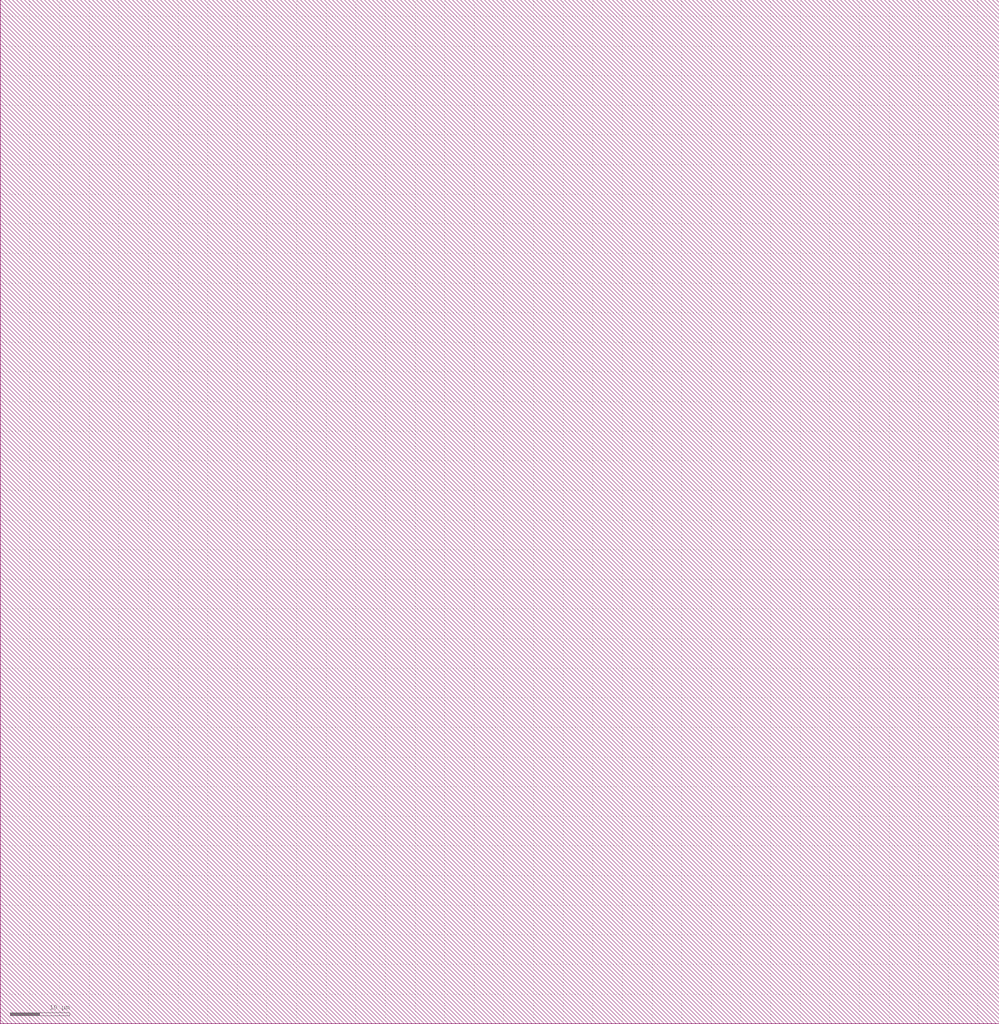
<source format=lef>
VERSION 5.6 ;

BUSBITCHARS "[]" ;

DIVIDERCHAR "/" ;

UNITS
    DATABASE MICRONS 1000 ;
END UNITS

MANUFACTURINGGRID 0.005000 ; 

CLEARANCEMEASURE EUCLIDEAN ; 

USEMINSPACING OBS ON ; 

SITE CoreSite
    CLASS CORE ;
    SIZE 0.600000 BY 0.300000 ;
END CoreSite

LAYER li
   TYPE ROUTING ;
   DIRECTION VERTICAL ;
   MINWIDTH 0.300000 ;
   AREA 0.056250 ;
   WIDTH 0.300000 ;
   SPACINGTABLE
      PARALLELRUNLENGTH 0.0
      WIDTH 0.0 0.225000 ;
   PITCH 0.600000 0.600000 ;
END li

LAYER mcon
    TYPE CUT ;
    SPACING 0.225000 ;
    WIDTH 0.300000 ;
    ENCLOSURE ABOVE 0.075000 0.075000 ;
    ENCLOSURE BELOW 0.000000 0.000000 ;
END mcon

LAYER met1
   TYPE ROUTING ;
   DIRECTION HORIZONTAL ;
   MINWIDTH 0.150000 ;
   AREA 0.084375 ;
   WIDTH 0.150000 ;
   SPACINGTABLE
      PARALLELRUNLENGTH 0.0
      WIDTH 0.0 0.150000 ;
   PITCH 0.300000 0.300000 ;
END met1

LAYER v1
    TYPE CUT ;
    SPACING 0.075000 ;
    WIDTH 0.300000 ;
    ENCLOSURE ABOVE 0.075000 0.075000 ;
    ENCLOSURE BELOW 0.075000 0.075000 ;
END v1

LAYER met2
   TYPE ROUTING ;
   DIRECTION VERTICAL ;
   MINWIDTH 0.150000 ;
   AREA 0.073125 ;
   WIDTH 0.150000 ;
   SPACINGTABLE
      PARALLELRUNLENGTH 0.0
      WIDTH 0.0 0.150000 ;
   PITCH 0.300000 0.300000 ;
END met2

LAYER v2
    TYPE CUT ;
    SPACING 0.150000 ;
    WIDTH 0.300000 ;
    ENCLOSURE ABOVE 0.075000 0.075000 ;
    ENCLOSURE BELOW 0.075000 0.000000 ;
END v2

LAYER met3
   TYPE ROUTING ;
   DIRECTION HORIZONTAL ;
   MINWIDTH 0.300000 ;
   AREA 0.241875 ;
   WIDTH 0.300000 ;
   SPACINGTABLE
      PARALLELRUNLENGTH 0.0
      WIDTH 0.0 0.300000 ;
   PITCH 0.600000 0.600000 ;
END met3

LAYER v3
    TYPE CUT ;
    SPACING 0.150000 ;
    WIDTH 0.450000 ;
    ENCLOSURE ABOVE 0.075000 0.075000 ;
    ENCLOSURE BELOW 0.075000 0.000000 ;
END v3

LAYER met4
   TYPE ROUTING ;
   DIRECTION VERTICAL ;
   MINWIDTH 0.300000 ;
   AREA 0.241875 ;
   WIDTH 0.300000 ;
   SPACINGTABLE
      PARALLELRUNLENGTH 0.0
      WIDTH 0.0 0.300000 ;
   PITCH 0.600000 0.600000 ;
END met4

LAYER v4
    TYPE CUT ;
    SPACING 0.450000 ;
    WIDTH 1.200000 ;
    ENCLOSURE ABOVE 0.150000 0.150000 ;
    ENCLOSURE BELOW 0.000000 0.000000 ;
END v4

LAYER met5
   TYPE ROUTING ;
   DIRECTION HORIZONTAL ;
   MINWIDTH 1.650000 ;
   AREA 4.005000 ;
   WIDTH 1.650000 ;
   SPACINGTABLE
      PARALLELRUNLENGTH 0.0
      WIDTH 0.0 1.650000 ;
   PITCH 3.300000 3.300000 ;
END met5

LAYER OVERLAP
   TYPE OVERLAP ;
END OVERLAP

VIA mcon_C DEFAULT
   LAYER li ;
     RECT -0.150000 -0.150000 0.150000 0.150000 ;
   LAYER mcon ;
     RECT -0.150000 -0.150000 0.150000 0.150000 ;
   LAYER met1 ;
     RECT -0.225000 -0.225000 0.225000 0.225000 ;
END mcon_C

VIA v1_C DEFAULT
   LAYER met1 ;
     RECT -0.225000 -0.225000 0.225000 0.225000 ;
   LAYER v1 ;
     RECT -0.150000 -0.150000 0.150000 0.150000 ;
   LAYER met2 ;
     RECT -0.225000 -0.225000 0.225000 0.225000 ;
END v1_C

VIA v2_C DEFAULT
   LAYER met2 ;
     RECT -0.150000 -0.225000 0.150000 0.225000 ;
   LAYER v2 ;
     RECT -0.150000 -0.150000 0.150000 0.150000 ;
   LAYER met3 ;
     RECT -0.225000 -0.225000 0.225000 0.225000 ;
END v2_C

VIA v2_Ch
   LAYER met2 ;
     RECT -0.225000 -0.150000 0.225000 0.150000 ;
   LAYER v2 ;
     RECT -0.150000 -0.150000 0.150000 0.150000 ;
   LAYER met3 ;
     RECT -0.225000 -0.225000 0.225000 0.225000 ;
END v2_Ch

VIA v2_Cv
   LAYER met2 ;
     RECT -0.150000 -0.225000 0.150000 0.225000 ;
   LAYER v2 ;
     RECT -0.150000 -0.150000 0.150000 0.150000 ;
   LAYER met3 ;
     RECT -0.225000 -0.225000 0.225000 0.225000 ;
END v2_Cv

VIA v3_C DEFAULT
   LAYER met3 ;
     RECT -0.300000 -0.225000 0.300000 0.225000 ;
   LAYER v3 ;
     RECT -0.225000 -0.225000 0.225000 0.225000 ;
   LAYER met4 ;
     RECT -0.300000 -0.300000 0.300000 0.300000 ;
END v3_C

VIA v3_Ch
   LAYER met3 ;
     RECT -0.300000 -0.225000 0.300000 0.225000 ;
   LAYER v3 ;
     RECT -0.225000 -0.225000 0.225000 0.225000 ;
   LAYER met4 ;
     RECT -0.300000 -0.300000 0.300000 0.300000 ;
END v3_Ch

VIA v3_Cv
   LAYER met3 ;
     RECT -0.300000 -0.225000 0.300000 0.225000 ;
   LAYER v3 ;
     RECT -0.225000 -0.225000 0.225000 0.225000 ;
   LAYER met4 ;
     RECT -0.300000 -0.300000 0.300000 0.300000 ;
END v3_Cv

VIA v4_C DEFAULT
   LAYER met4 ;
     RECT -0.600000 -0.600000 0.600000 0.600000 ;
   LAYER v4 ;
     RECT -0.600000 -0.600000 0.600000 0.600000 ;
   LAYER met5 ;
     RECT -0.750000 -0.750000 0.750000 0.750000 ;
END v4_C

MACRO _0_0std_0_0cells_0_0OR2X1
    CLASS CORE ;
    FOREIGN _0_0std_0_0cells_0_0OR2X1 0.000000 0.000000 ;
    ORIGIN 0.000000 0.000000 ;
    SIZE 3.000000 BY 4.500000 ;
    SYMMETRY X Y ;
    SITE CoreSite ;
    PIN A
        DIRECTION INPUT ;
        USE SIGNAL ;
        PORT
        LAYER li ;
        RECT 0.600000 3.825000 0.900000 4.200000 ;
        RECT 0.600000 3.750000 0.975000 3.825000 ;
        RECT 0.600000 3.525000 0.675000 3.750000 ;
        RECT 0.600000 3.450000 0.975000 3.525000 ;
        RECT 0.675000 3.525000 0.900000 3.750000 ;
        RECT 0.900000 3.525000 0.975000 3.750000 ;
        END
        ANTENNAGATEAREA 0.236250 ;
    END A
    PIN B
        DIRECTION INPUT ;
        USE SIGNAL ;
        PORT
        LAYER li ;
        RECT 1.725000 3.750000 2.100000 3.825000 ;
        RECT 1.725000 3.525000 1.800000 3.750000 ;
        RECT 1.725000 3.450000 2.100000 3.525000 ;
        RECT 1.800000 3.825000 2.100000 4.200000 ;
        RECT 1.800000 3.525000 2.025000 3.750000 ;
        RECT 2.025000 3.525000 2.100000 3.750000 ;
        END
        ANTENNAGATEAREA 0.236250 ;
    END B
    PIN Y
        DIRECTION OUTPUT ;
        USE SIGNAL ;
        PORT
        LAYER li ;
        RECT 2.250000 0.825000 2.475000 1.125000 ;
        RECT 2.250000 0.600000 2.625000 0.825000 ;
        RECT 2.400000 0.300000 2.700000 0.600000 ;
        RECT 2.250000 1.350000 2.475000 2.100000 ;
        RECT 2.250000 1.125000 2.475000 1.350000 ;
        RECT 2.250000 2.100000 2.475000 2.325000 ;
        RECT 2.250000 2.325000 2.475000 2.400000 ;
        END
        ANTENNADIFFAREA 0.551250 ;
    END Y
    PIN Vdd
        DIRECTION INPUT ;
        USE POWER ;
        PORT
        LAYER li ;
        RECT 1.650000 2.400000 2.025000 2.475000 ;
        RECT 1.650000 2.175000 1.725000 2.400000 ;
        RECT 1.650000 2.100000 2.025000 2.175000 ;
        RECT 1.725000 2.175000 1.950000 2.400000 ;
        RECT 2.400000 3.900000 2.700000 4.200000 ;
        RECT 2.400000 3.675000 2.625000 3.900000 ;
        RECT 2.400000 3.450000 2.625000 3.675000 ;
        RECT 2.400000 3.375000 2.625000 3.450000 ;
        RECT 1.950000 2.175000 2.025000 2.400000 ;
        LAYER mcon ;
        RECT 1.725000 2.175000 1.950000 2.400000 ;
        RECT 2.400000 3.450000 2.625000 3.675000 ;
        LAYER met1 ;
        RECT 1.650000 2.400000 2.550000 2.475000 ;
        RECT 1.650000 2.175000 1.725000 2.400000 ;
        RECT 1.650000 2.100000 2.025000 2.175000 ;
        RECT 1.725000 2.175000 1.950000 2.400000 ;
        RECT 1.950000 2.325000 2.550000 2.400000 ;
        RECT 1.950000 2.175000 2.025000 2.325000 ;
        RECT 2.325000 3.675000 2.700000 3.750000 ;
        RECT 2.325000 3.450000 2.400000 3.675000 ;
        RECT 2.325000 3.375000 2.700000 3.450000 ;
        RECT 2.400000 3.450000 2.625000 3.675000 ;
        RECT 2.400000 2.475000 2.550000 3.375000 ;
        RECT 2.625000 3.450000 2.700000 3.675000 ;
        END
        ANTENNADIFFAREA 0.382500 ;
    END Vdd
    PIN GND
        DIRECTION INPUT ;
        USE GROUND ;
        PORT
        LAYER li ;
        RECT 0.600000 0.300000 0.900000 0.600000 ;
        RECT 0.675000 1.125000 0.900000 1.350000 ;
        RECT 0.675000 0.750000 1.950000 0.975000 ;
        RECT 0.675000 0.600000 0.900000 0.750000 ;
        RECT 1.725000 0.975000 1.950000 1.125000 ;
        RECT 1.725000 1.125000 1.950000 1.350000 ;
        RECT 1.725000 1.350000 1.950000 1.425000 ;
        END
        ANTENNADIFFAREA 0.337500 ;
    END GND
    OBS
        LAYER li ;
        RECT 0.600000 2.100000 0.675000 2.325000 ;
        RECT 0.675000 2.100000 0.900000 2.325000 ;
        RECT 0.900000 2.100000 1.425000 2.325000 ;
        RECT 1.200000 2.925000 2.250000 3.150000 ;
        RECT 1.200000 2.325000 1.425000 2.925000 ;
        RECT 1.125000 1.200000 1.200000 1.425000 ;
        RECT 2.250000 2.925000 2.475000 3.150000 ;
        RECT 1.200000 1.425000 1.425000 2.100000 ;
        RECT 1.200000 1.200000 1.425000 1.425000 ;
        RECT 2.475000 2.925000 2.550000 3.150000 ;
        RECT 1.425000 1.200000 1.500000 1.425000 ;
    END
END _0_0std_0_0cells_0_0OR2X1

MACRO welltap_svt
    CLASS CORE WELLTAP ;
    FOREIGN welltap_svt 0.000000 0.000000 ;
    ORIGIN 0.000000 0.000000 ;
    SIZE 1.200000 BY 2.100000 ;
    SYMMETRY X Y ;
    SITE CoreSite ;
    PIN Vdd
        DIRECTION INPUT ;
        USE POWER ;
        PORT
        LAYER li ;
        RECT 0.600000 1.500000 0.900000 1.800000 ;
        END
    END Vdd
    PIN GND
        DIRECTION INPUT ;
        USE GROUND ;
        PORT
        LAYER li ;
        RECT 0.600000 0.300000 0.900000 0.600000 ;
        END
    END GND
END welltap_svt

MACRO circuitppnp
   CLASS CORE ;
   FOREIGN circuitppnp 0.000000 0.000000 ;
   ORIGIN 0.000000 0.000000 ; 
   SIZE 168.600000 BY 172.800000 ; 
   SYMMETRY X Y ;
   SITE CoreSite ;
END circuitppnp

MACRO circuitwell
   CLASS CORE ;
   FOREIGN circuitwell 0.000000 0.000000 ;
   ORIGIN 0.000000 0.000000 ; 
   SIZE 168.600000 BY 172.800000 ; 
   SYMMETRY X Y ;
   SITE CoreSite ;
END circuitwell


</source>
